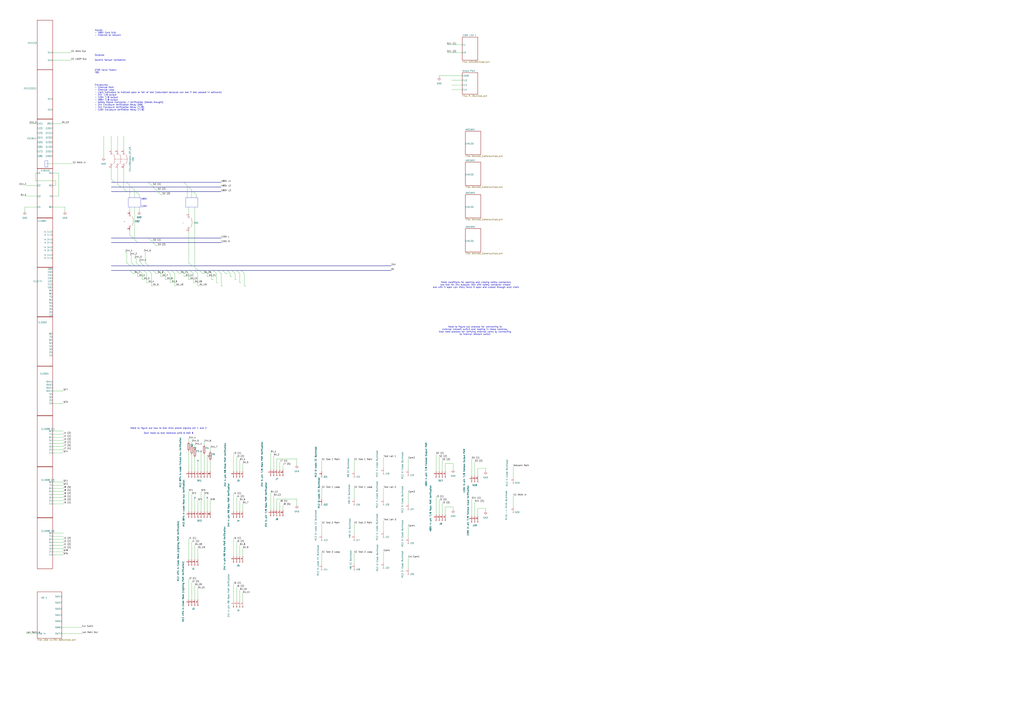
<source format=kicad_sch>
(kicad_sch (version 20250114) (generator "eeschema") (generator_version "9.0")
  (paper "A1")
  (lib_symbols
    (symbol "Connector:Conn_01x01_Socket" (pin_names (offset 1.016) (hide yes))
      (property "Reference" "J" (at 0 2.54 0))
      (property "Value" "Conn_01x01_Socket" (at 0 -2.54 0))
      (symbol "Conn_01x01_Socket_1_1"
        (pin passive line (at -5.08 0 0) (length 3.81) (name "Pin_1") (number "1"))
      )
    )
    (symbol "Connector:Conn_01x03_Pin" (pin_names (offset 1.016) (hide yes))
      (property "Reference" "J" (at 0 5.08 0))
      (property "Value" "Conn_01x03_Pin" (at 0 -5.08 0))
      (symbol "Conn_01x03_Pin_1_1"
        (pin passive line (at 5.08 2.54 180) (length 3.81) (name "Pin_1") (number "1"))
        (pin passive line (at 5.08 0 180) (length 3.81) (name "Pin_2") (number "2"))
        (pin passive line (at 5.08 -2.54 180) (length 3.81) (name "Pin_3") (number "3"))
      )
    )
    (symbol "Connector:Conn_01x04_Pin" (pin_names (offset 1.016) (hide yes))
      (property "Reference" "J" (at 0 5.08 0))
      (property "Value" "Conn_01x04_Pin" (at 0 -7.62 0))
      (symbol "Conn_01x04_Pin_1_1"
        (pin passive line (at 5.08 2.54 180) (length 3.81) (name "Pin_1") (number "1"))
        (pin passive line (at 5.08 0 180) (length 3.81) (name "Pin_2") (number "2"))
        (pin passive line (at 5.08 -2.54 180) (length 3.81) (name "Pin_3") (number "3"))
        (pin passive line (at 5.08 -5.08 180) (length 3.81) (name "Pin_4") (number "4"))
      )
    )
    (symbol "Connector:Conn_01x05_Pin" (pin_names (offset 1.016) (hide yes))
      (property "Reference" "J" (at 0 7.62 0))
      (property "Value" "Conn_01x05_Pin" (at 0 -7.62 0))
      (symbol "Conn_01x05_Pin_1_1"
        (pin passive line (at 5.08 5.08 180) (length 3.81) (name "Pin_1") (number "1"))
        (pin passive line (at 5.08 2.54 180) (length 3.81) (name "Pin_2") (number "2"))
        (pin passive line (at 5.08 0 180) (length 3.81) (name "Pin_3") (number "3"))
        (pin passive line (at 5.08 -2.54 180) (length 3.81) (name "Pin_4") (number "4"))
        (pin passive line (at 5.08 -5.08 180) (length 3.81) (name "Pin_5") (number "5"))
      )
    )
    (symbol "Connector:Conn_01x08_Pin" (pin_names (offset 1.016) (hide yes))
      (property "Reference" "J" (at 0 10.16 0))
      (property "Value" "Conn_01x08_Pin" (at 0 -12.7 0))
      (symbol "Conn_01x08_Pin_1_1"
        (pin passive line (at 5.08 7.62 180) (length 3.81) (name "Pin_1") (number "1"))
        (pin passive line (at 5.08 5.08 180) (length 3.81) (name "Pin_2") (number "2"))
        (pin passive line (at 5.08 2.54 180) (length 3.81) (name "Pin_3") (number "3"))
        (pin passive line (at 5.08 0 180) (length 3.81) (name "Pin_4") (number "4"))
        (pin passive line (at 5.08 -2.54 180) (length 3.81) (name "Pin_5") (number "5"))
        (pin passive line (at 5.08 -5.08 180) (length 3.81) (name "Pin_6") (number "6"))
        (pin passive line (at 5.08 -7.62 180) (length 3.81) (name "Pin_7") (number "7"))
        (pin passive line (at 5.08 -10.16 180) (length 3.81) (name "Pin_8") (number "8"))
      )
    )
    (symbol "Device:CircuitBreaker_1P_US"
      (property "Reference" "CB" (at 3.175 -1.27 0))
      (property "Value" "CircuitBreaker_1P_US" (at 3.175 0.635 0))
      (symbol "CircuitBreaker_1P_US_1_1"
        (pin passive line (at 0 7.62 270) (length 2.54) (name "~") (number "1"))
        (pin passive line (at 0 -7.62 90) (length 2.54) (name "~") (number "2"))
      )
    )
    (symbol "Device:CircuitBreaker_3P_US"
      (property "Reference" "CB" (at 10.16 0 0))
      (property "Value" "CircuitBreaker_3P_US" (at 10.16 2.54 0))
      (symbol "CircuitBreaker_3P_US_1_1"
        (pin passive line (at -5.08 7.62 270) (length 2.54) (name "~") (number "1"))
        (pin passive line (at -5.08 -7.62 90) (length 2.54) (name "~") (number "2"))
        (pin passive line (at 0 7.62 270) (length 2.54) (name "~") (number "3"))
        (pin passive line (at 0 -7.62 90) (length 2.54) (name "~") (number "4"))
        (pin passive line (at 5.08 7.62 270) (length 2.54) (name "~") (number "5"))
        (pin passive line (at 5.08 -7.62 90) (length 2.54) (name "~") (number "6"))
      )
    )
    (symbol "Device:Fuse" (pin_numbers (hide yes)) (pin_names (offset 0))
      (property "Reference" "F" (at 2.032 0 90))
      (property "Value" "Fuse" (at -1.905 0 90))
      (symbol "Fuse_1_1"
        (pin passive line (at 0 3.81 270) (length 1.27) (name "~") (number "1"))
        (pin passive line (at 0 -3.81 90) (length 1.27) (name "~") (number "2"))
      )
    )
    (symbol "power:GND" (power) (pin_numbers (hide yes)) (pin_names (offset 0) (hide yes))
      (property "Value" "GND" (at 0 -3.81 0))
      (symbol "GND_1_1"
        (pin power_in line (at 0 0 270) (length 0) (name "~") (number "1"))
      )
    )
  )
  (rectangle (start 36.83 132.08) (end 39.37 137.16))
  (rectangle (start 114.3 162.56) (end 114.3 162.56))
  (rectangle (start 111.76 166.37) (end 111.76 166.37))
  (rectangle (start 105.41 162.56) (end 115.57 170.18))
  (rectangle (start 152.4 162.56) (end 162.56 170.18))
  (text "120V\n" (at 118.364 169.672 0) (effects (font (size 1.27 1.27))))
  (text "Inputs: \n- 480V Cord Grip\n- Ethernet to network\n\n\n\n\n\n\n\nOutputs:\n\nGeneric Sensor Validation:\n\n\n\nATOS Valve Tester:\nTBD\n\n\n\n\nEnclosures:\n- Ethercat Main\n- Ethercat Loop\n- Light indicators to indicate pass or fail of test (redundant because can see if test passed in software)\n- 24V 7/8 output\n- 120V 7/8 output\n- 480V 7/8 output\n- Safety Signal Connector / Verification (Needs thought)\n- 24V Enclosure Verification Relay (M8)\n- 24V Enclosure Verification Relay (7/8)\n- 120V Enclosure Verifiation Relay (7/8)\n" (at 77.724 57.658 0) (effects (font (size 1.27 1.27)) (justify left)))
  (text "Need conditions for opening and closing safety contactors\ntwo test for 24v outputs. One with safety contactor closed \none with it open can likely force it open and closed through ecat chain\n\n" (at 390.906 235.204 0) (effects (font (size 1.27 1.27))))
  (text "480V" (at 118.364 163.576 0) (effects (font (size 1.27 1.27))))
  (text "Need to figure out process for connecting to\nexternal network switch and reading in those cameras,\nAlso need process for verifying external cams by connecting\nto internal network switch\n" (at 390.144 271.78 0) (effects (font (size 1.27 1.27))))
  (text "Need to figure out how to test mine phone signals pin 1 and 2\n\nDont Need to test methane pINS 6 AND 8\n\n\n" (at 138.43 356.108 0) (effects (font (size 1.27 1.27))))
  (no_connect (at 165.1 370.84))
  (no_connect (at 162.56 378.46))
  (no_connect (at 160.02 408.94))
  (no_connect (at 170.18 408.94))
  (bus_entry (at 129.54 157.48) (size 2.54 2.54))
  (bus_entry (at 125.73 153.67) (size 2.54 2.54))
  (bus_entry (at 190.5 222.25) (size 2.54 2.54))
  (bus_entry (at 175.26 222.25) (size 2.54 2.54))
  (bus_entry (at 104.14 149.86) (size 2.54 2.54))
  (bus_entry (at 111.76 157.48) (size 2.54 2.54))
  (bus_entry (at 107.95 215.9) (size 2.54 2.54))
  (bus_entry (at 144.78 222.25) (size 2.54 2.54))
  (bus_entry (at 163.83 222.25) (size 2.54 2.54))
  (bus_entry (at 160.02 222.25) (size 2.54 2.54))
  (bus_entry (at 137.16 222.25) (size 2.54 2.54))
  (bus_entry (at 179.07 222.25) (size 2.54 2.54))
  (bus_entry (at 125.73 199.39) (size 2.54 2.54))
  (bus_entry (at 106.68 222.25) (size 2.54 2.54))
  (bus_entry (at 152.4 222.25) (size 2.54 2.54))
  (bus_entry (at 125.73 222.25) (size 2.54 2.54))
  (bus_entry (at 119.38 215.9) (size 2.54 2.54))
  (bus_entry (at 167.64 222.25) (size 2.54 2.54))
  (bus_entry (at 121.92 222.25) (size 2.54 2.54))
  (bus_entry (at 194.31 222.25) (size 2.54 2.54))
  (bus_entry (at 148.59 222.25) (size 2.54 2.54))
  (bus_entry (at 107.95 153.67) (size 2.54 2.54))
  (bus_entry (at 110.49 222.25) (size 2.54 2.54))
  (bus_entry (at 133.35 222.25) (size 2.54 2.54))
  (bus_entry (at 111.76 215.9) (size 2.54 2.54))
  (bus_entry (at 129.54 222.25) (size 2.54 2.54))
  (bus_entry (at 106.68 193.04) (size 2.54 2.54))
  (bus_entry (at 115.57 215.9) (size 2.54 2.54))
  (bus_entry (at 118.11 222.25) (size 2.54 2.54))
  (bus_entry (at 154.94 153.67) (size 2.54 2.54))
  (bus_entry (at 101.6 154.94) (size 2.54 2.54))
  (bus_entry (at 154.94 215.9) (size 2.54 2.54))
  (bus_entry (at 104.14 215.9) (size 2.54 2.54))
  (bus_entry (at 186.69 222.25) (size 2.54 2.54))
  (bus_entry (at 114.3 222.25) (size 2.54 2.54))
  (bus_entry (at 160.02 219.71) (size 2.54 2.54))
  (bus_entry (at 121.92 195.58) (size 2.54 2.54))
  (bus_entry (at 140.97 222.25) (size 2.54 2.54))
  (bus_entry (at 171.45 222.25) (size 2.54 2.54))
  (bus_entry (at 156.21 222.25) (size 2.54 2.54))
  (bus_entry (at 158.75 157.48) (size 2.54 2.54))
  (bus_entry (at 182.88 222.25) (size 2.54 2.54))
  (bus_entry (at 96.52 151.13) (size 2.54 2.54))
  (bus_entry (at 121.92 149.86) (size 2.54 2.54))
  (bus_entry (at 91.44 147.32) (size 2.54 2.54))
  (bus_entry (at 110.49 196.85) (size 2.54 2.54))
  (bus_entry (at 151.13 149.86) (size 2.54 2.54))
  (bus_entry (at 198.12 222.25) (size 2.54 2.54))
  (wire (pts (xy 128.27 224.79) (xy 129.54 224.79)))
  (wire (pts (xy 365.76 381) (xy 365.76 387.35)))
  (wire (pts (xy 43.18 49.53) (xy 58.42 49.53)))
  (wire (pts (xy 24.13 101.6) (xy 30.48 101.6)))
  (wire (pts (xy 154.94 476.25) (xy 154.94 492.76)))
  (wire (pts (xy 43.18 152.4) (xy 45.72 152.4)))
  (wire (pts (xy 162.56 224.79) (xy 162.56 234.95)))
  (bus (pts (xy 104.14 149.86) (xy 121.92 149.86)))
  (wire (pts (xy 199.39 487.68) (xy 199.39 494.03)))
  (wire (pts (xy 119.38 215.9) (xy 119.38 207.01)))
  (bus (pts (xy 163.83 222.25) (xy 167.64 222.25)))
  (wire (pts (xy 170.18 227.33) (xy 171.45 227.33)))
  (wire (pts (xy 172.72 411.48) (xy 172.72 420.37)))
  (wire (pts (xy 191.77 406.4) (xy 191.77 420.37)))
  (wire (pts (xy 335.28 405.13) (xy 335.28 414.02)))
  (wire (pts (xy 191.77 443.23) (xy 191.77 457.2)))
  (wire (pts (xy 43.18 170.18) (xy 53.34 170.18)))
  (wire (pts (xy 360.68 411.48) (xy 360.68 422.91)))
  (wire (pts (xy 43.18 354.33) (xy 52.07 354.33)))
  (wire (pts (xy 135.89 229.87) (xy 137.16 229.87)))
  (wire (pts (xy 227.33 377.19) (xy 243.84 377.19)))
  (wire (pts (xy 116.84 229.87) (xy 118.11 229.87)))
  (wire (pts (xy 264.16 430.53) (xy 264.16 439.42)))
  (wire (pts (xy 162.56 378.46) (xy 162.56 387.35)))
  (wire (pts (xy 43.18 453.39) (xy 52.07 453.39)))
  (wire (pts (xy 167.64 363.22) (xy 167.64 365.76)))
  (wire (pts (xy 227.33 377.19) (xy 227.33 386.08)))
  (wire (pts (xy 194.31 482.6) (xy 194.31 494.03)))
  (wire (pts (xy 193.04 229.87) (xy 194.31 229.87)))
  (bus (pts (xy 109.22 195.58) (xy 121.92 195.58)))
  (bus (pts (xy 93.98 149.86) (xy 104.14 149.86)))
  (wire (pts (xy 360.68 375.92) (xy 360.68 387.35)))
  (wire (pts (xy 154.94 229.87) (xy 156.21 229.87)))
  (wire (pts (xy 290.83 430.53) (xy 290.83 439.42)))
  (wire (pts (xy 193.04 224.79) (xy 193.04 229.87)))
  (wire (pts (xy 421.64 383.54) (xy 421.64 392.43)))
  (wire (pts (xy 43.18 367.03) (xy 52.07 367.03)))
  (wire (pts (xy 243.84 410.21) (xy 243.84 415.29)))
  (bus (pts (xy 140.97 222.25) (xy 144.78 222.25)))
  (wire (pts (xy 264.16 401.32) (xy 264.16 410.21)))
  (bus (pts (xy 125.73 199.39) (xy 181.61 199.39)))
  (wire (pts (xy 264.16 378.46) (xy 264.16 387.35)))
  (wire (pts (xy 50.8 520.7) (xy 67.31 520.7)))
  (wire (pts (xy 43.18 455.93) (xy 52.07 455.93)))
  (bus (pts (xy 91.44 222.25) (xy 106.68 222.25)))
  (wire (pts (xy 154.94 403.86) (xy 154.94 420.37)))
  (wire (pts (xy 128.27 156.21) (xy 129.54 156.21)))
  (wire (pts (xy 153.67 152.4) (xy 153.67 162.56)))
  (wire (pts (xy 147.32 224.79) (xy 148.59 224.79)))
  (wire (pts (xy 162.56 234.95) (xy 163.83 234.95)))
  (bus (pts (xy 104.14 157.48) (xy 111.76 157.48)))
  (wire (pts (xy 185.42 224.79) (xy 186.69 224.79)))
  (bus (pts (xy 198.12 222.25) (xy 321.31 222.25)))
  (bus (pts (xy 133.35 222.25) (xy 137.16 222.25)))
  (bus (pts (xy 137.16 222.25) (xy 140.97 222.25)))
  (bus (pts (xy 113.03 199.39) (xy 125.73 199.39)))
  (wire (pts (xy 154.94 170.18) (xy 154.94 175.26)))
  (bus (pts (xy 160.02 222.25) (xy 162.56 222.25)))
  (wire (pts (xy 191.77 480.06) (xy 191.77 494.03)))
  (wire (pts (xy 43.18 359.41) (xy 52.07 359.41)))
  (wire (pts (xy 158.75 224.79) (xy 158.75 232.41)))
  (wire (pts (xy 106.68 152.4) (xy 106.68 162.56)))
  (wire (pts (xy 191.77 373.38) (xy 191.77 387.35)))
  (wire (pts (xy 166.37 224.79) (xy 167.64 224.79)))
  (wire (pts (xy 43.18 445.77) (xy 52.07 445.77)))
  (wire (pts (xy 43.18 408.94) (xy 52.07 408.94)))
  (bus (pts (xy 91.44 157.48) (xy 104.14 157.48)))
  (wire (pts (xy 200.66 224.79) (xy 200.66 234.95)))
  (wire (pts (xy 370.84 73.66) (xy 379.73 73.66)))
  (bus (pts (xy 121.92 222.25) (xy 125.73 222.25)))
  (wire (pts (xy 398.78 417.83) (xy 398.78 420.37)))
  (wire (pts (xy 170.18 408.94) (xy 170.18 420.37)))
  (wire (pts (xy 370.84 66.04) (xy 379.73 66.04)))
  (wire (pts (xy 363.22 414.02) (xy 363.22 422.91)))
  (bus (pts (xy 158.75 157.48) (xy 181.61 157.48)))
  (bus (pts (xy 129.54 222.25) (xy 133.35 222.25)))
  (wire (pts (xy 229.87 379.73) (xy 229.87 386.08)))
  (bus (pts (xy 190.5 222.25) (xy 194.31 222.25)))
  (wire (pts (xy 43.18 411.48) (xy 52.07 411.48)))
  (wire (pts (xy 128.27 201.93) (xy 129.54 201.93)))
  (wire (pts (xy 314.96 401.32) (xy 314.96 410.21)))
  (wire (pts (xy 365.76 416.56) (xy 365.76 422.91)))
  (wire (pts (xy 370.84 69.85) (xy 379.73 69.85)))
  (wire (pts (xy 114.3 170.18) (xy 114.3 173.99)))
  (bus (pts (xy 111.76 157.48) (xy 129.54 157.48)))
  (bus (pts (xy 91.44 218.44) (xy 106.68 218.44)))
  (wire (pts (xy 43.18 101.6) (xy 50.8 101.6)))
  (wire (pts (xy 365.76 416.56) (xy 372.11 416.56)))
  (wire (pts (xy 389.89 379.73) (xy 389.89 391.16)))
  (wire (pts (xy 43.18 406.4) (xy 52.07 406.4)))
  (bus (pts (xy 106.68 222.25) (xy 110.49 222.25)))
  (wire (pts (xy 43.18 321.31) (xy 52.07 321.31)))
  (wire (pts (xy 387.35 410.21) (xy 387.35 424.18)))
  (wire (pts (xy 232.41 382.27) (xy 232.41 386.08)))
  (wire (pts (xy 358.14 373.38) (xy 358.14 387.35)))
  (bus (pts (xy 125.73 153.67) (xy 154.94 153.67)))
  (wire (pts (xy 199.39 414.02) (xy 199.39 420.37)))
  (wire (pts (xy 43.18 450.85) (xy 52.07 450.85)))
  (wire (pts (xy 189.23 227.33) (xy 190.5 227.33)))
  (wire (pts (xy 53.34 170.18) (xy 53.34 173.99)))
  (wire (pts (xy 264.16 454.66) (xy 264.16 463.55)))
  (bus (pts (xy 186.69 222.25) (xy 190.5 222.25)))
  (wire (pts (xy 120.65 232.41) (xy 121.92 232.41)))
  (wire (pts (xy 367.03 43.18) (xy 379.73 43.18)))
  (wire (pts (xy 43.18 369.57) (xy 52.07 369.57)))
  (wire (pts (xy 194.31 445.77) (xy 194.31 457.2)))
  (wire (pts (xy 196.85 411.48) (xy 196.85 420.37)))
  (wire (pts (xy 167.64 373.38) (xy 167.64 387.35)))
  (wire (pts (xy 139.7 224.79) (xy 139.7 232.41)))
  (wire (pts (xy 30.48 152.4) (xy 21.59 152.4)))
  (wire (pts (xy 222.25 405.13) (xy 222.25 419.1)))
  (wire (pts (xy 314.96 453.39) (xy 314.96 462.28)))
  (wire (pts (xy 392.43 417.83) (xy 398.78 417.83)))
  (bus (pts (xy 167.64 222.25) (xy 171.45 222.25)))
  (wire (pts (xy 107.95 209.55) (xy 107.95 215.9)))
  (wire (pts (xy 229.87 412.75) (xy 229.87 419.1)))
  (bus (pts (xy 144.78 222.25) (xy 148.59 222.25)))
  (wire (pts (xy 29.21 142.24) (xy 30.48 142.24)))
  (wire (pts (xy 154.94 224.79) (xy 154.94 229.87)))
  (wire (pts (xy 398.78 384.81) (xy 398.78 387.35)))
  (wire (pts (xy 43.18 43.18) (xy 58.42 43.18)))
  (wire (pts (xy 96.52 138.43) (xy 96.52 151.13)))
  (wire (pts (xy 104.14 215.9) (xy 104.14 207.01)))
  (wire (pts (xy 116.84 224.79) (xy 116.84 229.87)))
  (wire (pts (xy 30.48 170.18) (xy 20.32 170.18)))
  (wire (pts (xy 114.3 160.02) (xy 114.3 162.56)))
  (wire (pts (xy 290.83 378.46) (xy 290.83 387.35)))
  (wire (pts (xy 110.49 170.18) (xy 110.49 196.85)))
  (wire (pts (xy 200.66 234.95) (xy 201.93 234.95)))
  (wire (pts (xy 96.52 111.76) (xy 96.52 123.19)))
  (wire (pts (xy 43.18 361.95) (xy 52.07 361.95)))
  (wire (pts (xy 360.68 62.23) (xy 379.73 62.23)))
  (wire (pts (xy 114.3 214.63) (xy 115.57 214.63)))
  (wire (pts (xy 314.96 375.92) (xy 314.96 384.81)))
  (bus (pts (xy 171.45 222.25) (xy 175.26 222.25)))
  (wire (pts (xy 222.25 372.11) (xy 222.25 386.08)))
  (wire (pts (xy 38.1 134.62) (xy 59.69 134.62)))
  (wire (pts (xy 177.8 224.79) (xy 177.8 232.41)))
  (wire (pts (xy 45.72 152.4) (xy 45.72 148.59)))
  (wire (pts (xy 232.41 415.29) (xy 232.41 419.1)))
  (bus (pts (xy 118.11 222.25) (xy 121.92 222.25)))
  (wire (pts (xy 160.02 170.18) (xy 160.02 219.71)))
  (wire (pts (xy 160.02 375.92) (xy 160.02 387.35)))
  (wire (pts (xy 43.18 401.32) (xy 52.07 401.32)))
  (wire (pts (xy 29.21 148.59) (xy 29.21 142.24)))
  (wire (pts (xy 106.68 170.18) (xy 106.68 173.99)))
  (wire (pts (xy 157.48 445.77) (xy 157.48 459.74)))
  (wire (pts (xy 196.85 378.46) (xy 196.85 387.35)))
  (bus (pts (xy 156.21 222.25) (xy 160.02 222.25)))
  (wire (pts (xy 194.31 408.94) (xy 194.31 420.37)))
  (wire (pts (xy 392.43 391.16) (xy 392.43 384.81)))
  (wire (pts (xy 135.89 224.79) (xy 135.89 229.87)))
  (wire (pts (xy 143.51 224.79) (xy 143.51 234.95)))
  (wire (pts (xy 43.18 161.29) (xy 48.26 161.29)))
  (wire (pts (xy 132.08 224.79) (xy 132.08 227.33)))
  (wire (pts (xy 113.03 227.33) (xy 114.3 227.33)))
  (wire (pts (xy 335.28 433.07) (xy 335.28 441.96)))
  (wire (pts (xy 106.68 209.55) (xy 107.95 209.55)))
  (wire (pts (xy 170.18 224.79) (xy 170.18 227.33)))
  (wire (pts (xy 372.11 381) (xy 372.11 386.08)))
  (wire (pts (xy 160.02 365.76) (xy 160.02 368.3)))
  (bus (pts (xy 125.73 222.25) (xy 129.54 222.25)))
  (wire (pts (xy 173.99 224.79) (xy 173.99 229.87)))
  (wire (pts (xy 110.49 212.09) (xy 111.76 212.09)))
  (bus (pts (xy 175.26 222.25) (xy 179.07 222.25)))
  (bus (pts (xy 121.92 195.58) (xy 181.61 195.58)))
  (wire (pts (xy 189.23 224.79) (xy 189.23 227.33)))
  (wire (pts (xy 143.51 234.95) (xy 144.78 234.95)))
  (wire (pts (xy 160.02 408.94) (xy 160.02 420.37)))
  (bus (pts (xy 121.92 149.86) (xy 151.13 149.86)))
  (wire (pts (xy 421.64 407.67) (xy 421.64 416.56)))
  (wire (pts (xy 154.94 190.5) (xy 154.94 215.9)))
  (wire (pts (xy 132.08 227.33) (xy 133.35 227.33)))
  (bus (pts (xy 114.3 218.44) (xy 118.11 218.44)))
  (wire (pts (xy 48.26 161.29) (xy 48.26 142.24)))
  (bus (pts (xy 99.06 153.67) (xy 107.95 153.67)))
  (bus (pts (xy 118.11 218.44) (xy 121.92 218.44)))
  (wire (pts (xy 372.11 416.56) (xy 372.11 419.1)))
  (bus (pts (xy 91.44 149.86) (xy 93.98 149.86)))
  (wire (pts (xy 110.49 156.21) (xy 110.49 162.56)))
  (wire (pts (xy 43.18 414.02) (xy 52.07 414.02)))
  (wire (pts (xy 389.89 412.75) (xy 389.89 424.18)))
  (bus (pts (xy 106.68 218.44) (xy 110.49 218.44)))
  (wire (pts (xy 154.94 443.23) (xy 154.94 459.74)))
  (bus (pts (xy 152.4 222.25) (xy 156.21 222.25)))
  (wire (pts (xy 43.18 440.69) (xy 52.07 440.69)))
  (bus (pts (xy 107.95 153.67) (xy 125.73 153.67)))
  (wire (pts (xy 139.7 232.41) (xy 140.97 232.41)))
  (bus (pts (xy 182.88 222.25) (xy 186.69 222.25)))
  (wire (pts (xy 151.13 227.33) (xy 152.4 227.33)))
  (wire (pts (xy 43.18 331.47) (xy 52.07 331.47)))
  (wire (pts (xy 365.76 381) (xy 372.11 381)))
  (wire (pts (xy 196.85 232.41) (xy 198.12 232.41)))
  (wire (pts (xy 101.6 138.43) (xy 101.6 154.94)))
  (wire (pts (xy 158.75 232.41) (xy 160.02 232.41)))
  (wire (pts (xy 43.18 398.78) (xy 52.07 398.78)))
  (bus (pts (xy 121.92 218.44) (xy 157.48 218.44)))
  (wire (pts (xy 45.72 148.59) (xy 29.21 148.59)))
  (wire (pts (xy 196.85 485.14) (xy 196.85 494.03)))
  (wire (pts (xy 43.18 403.86) (xy 52.07 403.86)))
  (wire (pts (xy 335.28 458.47) (xy 335.28 467.36)))
  (wire (pts (xy 199.39 381) (xy 199.39 387.35)))
  (wire (pts (xy 101.6 111.76) (xy 101.6 123.19)))
  (wire (pts (xy 111.76 212.09) (xy 111.76 215.9)))
  (wire (pts (xy 177.8 232.41) (xy 179.07 232.41)))
  (wire (pts (xy 172.72 368.3) (xy 172.72 370.84)))
  (wire (pts (xy 360.68 62.23) (xy 360.68 63.5)))
  (wire (pts (xy 224.79 407.67) (xy 224.79 419.1)))
  (wire (pts (xy 160.02 448.31) (xy 160.02 459.74)))
  (wire (pts (xy 43.18 396.24) (xy 52.07 396.24)))
  (wire (pts (xy 30.48 161.29) (xy 21.59 161.29)))
  (bus (pts (xy 129.54 157.48) (xy 158.75 157.48)))
  (bus (pts (xy 91.44 153.67) (xy 99.06 153.67)))
  (wire (pts (xy 392.43 424.18) (xy 392.43 417.83)))
  (bus (pts (xy 162.56 222.25) (xy 163.83 222.25)))
  (bus (pts (xy 91.44 199.39) (xy 113.03 199.39)))
  (bus (pts (xy 157.48 218.44) (xy 321.31 218.44)))
  (wire (pts (xy 115.57 215.9) (xy 115.57 214.63)))
  (wire (pts (xy 157.48 156.21) (xy 157.48 162.56)))
  (wire (pts (xy 104.14 207.01) (xy 102.87 207.01)))
  (wire (pts (xy 196.85 224.79) (xy 196.85 232.41)))
  (wire (pts (xy 132.08 160.02) (xy 133.35 160.02)))
  (wire (pts (xy 224.79 374.65) (xy 224.79 386.08)))
  (wire (pts (xy 165.1 370.84) (xy 165.1 387.35)))
  (wire (pts (xy 106.68 189.23) (xy 106.68 193.04)))
  (wire (pts (xy 91.44 138.43) (xy 91.44 147.32)))
  (wire (pts (xy 173.99 229.87) (xy 175.26 229.87)))
  (wire (pts (xy 43.18 443.23) (xy 52.07 443.23)))
  (bus (pts (xy 179.07 222.25) (xy 182.88 222.25)))
  (wire (pts (xy 154.94 360.68) (xy 154.94 363.22)))
  (wire (pts (xy 367.03 36.83) (xy 379.73 36.83)))
  (wire (pts (xy 124.46 224.79) (xy 124.46 234.95)))
  (wire (pts (xy 85.09 111.76) (xy 85.09 129.54)))
  (wire (pts (xy 243.84 377.19) (xy 243.84 382.27)))
  (wire (pts (xy 43.18 372.11) (xy 52.07 372.11)))
  (wire (pts (xy 43.18 438.15) (xy 52.07 438.15)))
  (wire (pts (xy 162.56 450.85) (xy 162.56 459.74)))
  (wire (pts (xy 170.18 375.92) (xy 170.18 387.35)))
  (bus (pts (xy 110.49 222.25) (xy 114.3 222.25)))
  (wire (pts (xy 160.02 481.33) (xy 160.02 492.76)))
  (bus (pts (xy 148.59 222.25) (xy 152.4 222.25)))
  (wire (pts (xy 167.64 406.4) (xy 167.64 420.37)))
  (bus (pts (xy 110.49 218.44) (xy 114.3 218.44)))
  (wire (pts (xy 162.56 483.87) (xy 162.56 492.76)))
  (wire (pts (xy 124.46 234.95) (xy 125.73 234.95)))
  (wire (pts (xy 194.31 375.92) (xy 194.31 387.35)))
  (wire (pts (xy 109.22 224.79) (xy 110.49 224.79)))
  (wire (pts (xy 43.18 356.87) (xy 52.07 356.87)))
  (wire (pts (xy 157.48 478.79) (xy 157.48 492.76)))
  (wire (pts (xy 124.46 198.12) (xy 125.73 198.12)))
  (wire (pts (xy 20.32 170.18) (xy 20.32 173.99)))
  (wire (pts (xy 181.61 234.95) (xy 182.88 234.95)))
  (wire (pts (xy 151.13 224.79) (xy 151.13 227.33)))
  (wire (pts (xy 43.18 448.31) (xy 52.07 448.31)))
  (wire (pts (xy 314.96 427.99) (xy 314.96 436.88)))
  (bus (pts (xy 194.31 222.25) (xy 198.12 222.25)))
  (wire (pts (xy 335.28 377.19) (xy 335.28 386.08)))
  (wire (pts (xy 199.39 450.85) (xy 199.39 457.2)))
  (wire (pts (xy 21.59 520.7) (xy 30.48 520.7)))
  (wire (pts (xy 363.22 378.46) (xy 363.22 387.35)))
  (wire (pts (xy 161.29 160.02) (xy 161.29 162.56)))
  (wire (pts (xy 124.46 152.4) (xy 125.73 152.4)))
  (wire (pts (xy 91.44 111.76) (xy 91.44 123.19)))
  (wire (pts (xy 181.61 224.79) (xy 181.61 234.95)))
  (wire (pts (xy 43.18 364.49) (xy 52.07 364.49)))
  (wire (pts (xy 48.26 142.24) (xy 43.18 142.24)))
  (wire (pts (xy 290.83 454.66) (xy 290.83 463.55)))
  (wire (pts (xy 120.65 224.79) (xy 120.65 232.41)))
  (wire (pts (xy 227.33 410.21) (xy 227.33 419.1)))
  (bus (pts (xy 151.13 149.86) (xy 181.61 149.86)))
  (bus (pts (xy 114.3 222.25) (xy 118.11 222.25)))
  (wire (pts (xy 392.43 384.81) (xy 398.78 384.81)))
  (wire (pts (xy 290.83 401.32) (xy 290.83 410.21)))
  (wire (pts (xy 358.14 408.94) (xy 358.14 422.91)))
  (wire (pts (xy 196.85 448.31) (xy 196.85 457.2)))
  (wire (pts (xy 165.1 403.86) (xy 165.1 420.37)))
  (wire (pts (xy 157.48 406.4) (xy 157.48 420.37)))
  (wire (pts (xy 157.48 373.38) (xy 157.48 387.35)))
  (wire (pts (xy 50.8 515.62) (xy 67.31 515.62)))
  (wire (pts (xy 113.03 224.79) (xy 113.03 227.33)))
  (bus (pts (xy 91.44 195.58) (xy 109.22 195.58)))
  (wire (pts (xy 387.35 377.19) (xy 387.35 391.16)))
  (wire (pts (xy 154.94 370.84) (xy 154.94 387.35)))
  (wire (pts (xy 227.33 410.21) (xy 243.84 410.21)))
  (wire (pts (xy 172.72 378.46) (xy 172.72 387.35)))
  (wire (pts (xy 157.48 363.22) (xy 157.48 365.76)))
  (wire (pts (xy 162.56 411.48) (xy 162.56 420.37)))
  (bus (pts (xy 154.94 153.67) (xy 181.61 153.67)))
  (label "SF7" (at 170.18 375.92 0))
  (label "J8 (4)" (at 229.87 412.75 0))
  (label "J3 (1)" (at 358.14 408.94 0))
  (label "S3 (1)" (at 125.73 198.12 0))
  (label "J2 (2)" (at 52.07 443.23 0))
  (label "0V_11" (at 148.59 224.79 0))
  (label "Cam3" (at 335.28 405.13 0))
  (label "0V_21" (at 162.56 483.87 0))
  (label "120V L" (at 181.61 195.58 0))
  (label "J3 (1)" (at 191.77 373.38 0))
  (label "SF7" (at 52.07 321.31 0))
  (label "EC MAIN In" (at 421.64 407.67 0))
  (label "EC MAIN Out" (at 58.42 43.18 0))
  (label "Test Lan 2" (at 314.96 401.32 0))
  (label "EC Test 2 Main" (at 290.83 430.53 0))
  (label "0V_19" (at 162.56 450.85 0))
  (label "0V_11" (at 199.39 487.68 0))
  (label "0V_2" (at 224.79 374.65 0))
  (label "SF2" (at 157.48 406.4 0))
  (label "EC MAIN In" (at 59.69 134.62 0))
  (label "S3 (2)" (at 129.54 201.93 0))
  (label "J5 (1)" (at 52.07 414.02 0))
  (label "J3 (2)" (at 194.31 375.92 0))
  (label "J3 (2)" (at 360.68 411.48 0))
  (label "0V_18" (at 160.02 232.41 0))
  (label "0V_7" (at 133.35 227.33 0))
  (label "0V_6" (at 196.85 411.48 0))
  (label "S11 (2)" (at 389.89 412.75 0))
  (label "EC Test 2 Main" (at 264.16 430.53 0))
  (label "EC Test 1 Main" (at 264.16 378.46 0))
  (label "480V L1" (at 181.61 149.86 0))
  (label "24V_7" (at 172.72 368.3 0))
  (label "24V" (at 321.31 218.44 0))
  (label "0V_12" (at 222.25 405.13 0))
  (label "24V_3" (at 110.49 212.09 0))
  (label "EC Test 2 Loop" (at 290.83 454.66 0))
  (label "J7 (4)" (at 52.07 369.57 0))
  (label "J7 (4)" (at 229.87 379.73 0))
  (label "0V_12" (at 152.4 227.33 0))
  (label "0V_7" (at 199.39 414.02 0))
  (label "J8 (5)" (at 232.41 415.29 0))
  (label "S2 (2)" (at 129.54 156.21 0))
  (label "0V_22" (at 50.8 101.6 0))
  (label "24V_5" (at 157.48 363.22 0))
  (label "Ext Cam1" (at 67.31 515.62 0))
  (label "EC Test 2 Loop" (at 264.16 454.66 0))
  (label "J5 (2)" (at 52.07 411.48 0))
  (label "0V_6" (at 129.54 224.79 0))
  (label "24V_6" (at 167.64 363.22 0))
  (label "J8 (5)" (at 52.07 401.32 0))
  (label "S3 (1)" (at 387.35 377.19 0))
  (label "0V_3" (at 118.11 229.87 0))
  (label "J8 (4)" (at 52.07 403.86 0))
  (label "J4 (2)" (at 194.31 408.94 0))
  (label "480V L2" (at 181.61 153.67 0))
  (label "J6 (1)" (at 52.07 408.94 0))
  (label "J1 (2)" (at 157.48 445.77 0))
  (label "SF4" (at 162.56 411.48 0))
  (label "Lan Main Out" (at 67.31 520.7 0))
  (label "SF5" (at 52.07 331.47 0))
  (label "SF8" (at 172.72 411.48 0))
  (label "S2 (1)" (at 358.14 373.38 0))
  (label "J6 (2)" (at 52.07 406.4 0))
  (label "24V_1" (at 160.02 365.76 0))
  (label "J1 (2)" (at 52.07 448.31 0))
  (label "EC Test 1 Main" (at 290.83 378.46 0))
  (label "Cam2" (at 335.28 377.19 0))
  (label "0V_4" (at 121.92 232.41 0))
  (label "480V L3" (at 181.61 157.48 0))
  (label "SF1" (at 52.07 396.24 0))
  (label "J4 (1)" (at 191.77 406.4 0))
  (label "0V_10" (at 144.78 234.95 0))
  (label "J2 (1)" (at 52.07 445.77 0))
  (label "S2 (3)" (at 133.35 160.02 0))
  (label "24V_5" (at 118.11 207.01 0))
  (label "0V_5" (at 199.39 381 0))
  (label "24V_3" (at 24.13 101.6 0))
  (label "0V" (at 321.31 222.25 0))
  (label "24V_2" (at 21.59 152.4 180))
  (label "0V_21" (at 171.45 227.33 0))
  (label "J7 (5)" (at 232.41 382.27 0))
  (label "0V_20" (at 167.64 224.79 0))
  (label "J4 (2)" (at 52.07 356.87 0))
  (label "0V_5" (at 125.73 234.95 0))
  (label "0V_13" (at 156.21 229.87 0))
  (label "0V_1" (at 222.25 372.11 0))
  (label "S11 (2)" (at 367.1142 43.18 0))
  (label "EC LOOP Out" (at 58.42 49.53 0))
  (label "0V_20" (at 160.02 481.33 0))
  (label "0V_2" (at 114.3 227.33 0))
  (label "0V_9" (at 199.39 450.85 0))
  (label "S2 (1)" (at 125.73 152.4 0))
  (label "J2 (2)" (at 157.48 478.79 0))
  (label "J5 (1)" (at 191.77 443.23 0))
  (label "J6 (1)" (at 191.77 480.06 0))
  (label "SF1" (at 154.94 403.86 0))
  (label "0V_8" (at 196.85 448.31 0))
  (label "24V_4" (at 114.3 214.63 0))
  (label "S2 (2)" (at 360.68 375.92 0))
  (label "0V_1" (at 110.49 224.79 0))
  (label "J1 (1)" (at 52.07 450.85 0))
  (label "SF6" (at 167.64 406.4 0))
  (label "0V_9" (at 140.97 232.41 0))
  (label "Ext Cam1" (at 335.28 458.47 0))
  (label "SF6" (at 52.07 455.93 0))
  (label "J2 (1)" (at 154.94 476.25 0))
  (label "SF8" (at 52.07 453.39 0))
  (label "J3 (3)" (at 363.22 414.02 0))
  (label "Network Main" (at 421.64 383.54 0))
  (label "0V_4" (at 196.85 378.46 0))
  (label "EC Test 1 Loop" (at 290.83 401.32 0))
  (label "24V_1" (at 102.87 207.01 0))
  (label "Cam1" (at 314.96 453.39 0))
  (label "0V_3" (at 21.59 161.29 180))
  (label "SF5" (at 165.1 403.86 0))
  (label "SF2" (at 52.07 398.78 0))
  (label "SF4" (at 52.07 372.11 0))
  (label "J3 (2)" (at 52.07 361.95 0))
  (label "0V_18" (at 160.02 448.31 0))
  (label "S3 (2)" (at 389.89 379.73 0))
  (label "Test Lan 3" (at 314.96 427.99 0))
  (label "24V_4" (at 154.94 360.68 0))
  (label "0V_19" (at 163.83 234.95 0))
  (label "S11 (1)" (at 387.35 410.21 0))
  (label "Test Lan 1" (at 314.96 375.92 0))
  (label "J6 (2)" (at 194.31 482.6 0))
  (label "J7 (5)" (at 52.07 367.03 0))
  (label "S2 (3)" (at 363.22 378.46 0))
  (label "J1 (1)" (at 154.94 443.23 0))
  (label "J3 (1)" (at 52.07 364.49 0))
  (label "0V_13" (at 224.79 407.67 0))
  (label "Lan Main In" (at 21.59 520.7 0))
  (label "S11 (1)" (at 367.03 36.83 0))
  (label "J5 (2)" (at 194.31 445.77 0))
  (label "24V_2" (at 106.68 209.55 0))
  (label "0V_10" (at 196.85 485.14 0))
  (label "J4 (1)" (at 52.07 359.41 0))
  (label "EC Test 1 Loop" (at 264.16 401.32 0))
  (label "0V_8" (at 137.16 229.87 0))
  (label "Cam4" (at 335.28 433.07 0))
  (label "120V N" (at 181.61 199.39 0))
  (symbol (lib_id "Connector:Conn_01x01_Socket") (at 335.28 391.16 270) (unit 1)
    (property "Reference" "J23" (at 336.55 390.5249 90) (effects (justify left)))
    (property "Value" "M12 D-Code Bulkhead" (at 330.454 393.7 0) (effects (justify right)))
    (property "Description" "Generic connector, single row, 01x01, script generated" (effects (hide yes)))
  )
  (symbol (lib_id "Device:CircuitBreaker_1P_US") (at 154.94 182.88 0) (unit 1)
    (property "Reference" "CB3" (at 159.004 183.134 0) (effects (justify left)))
    (property "Value" "~" (at 149.86 183.388 0) (effects (justify left)))
    (property "Description" "Single pole circuit breaker, US symbol" (effects (hide yes)))
  )
  (symbol (lib_id "Connector:Conn_01x01_Socket") (at 290.83 468.63 270) (unit 1)
    (property "Reference" "J18" (at 292.1 467.9949 90) (effects (justify left)))
    (property "Value" "M8 EC Bulkhead" (at 288.036 468.122 0) (effects (justify right)))
    (property "Description" "Generic connector, single row, 01x01, script generated" (effects (hide yes)))
  )
  (symbol (lib_id "Device:CircuitBreaker_1P_US") (at 106.68 181.61 0) (unit 1)
    (property "Reference" "CB2" (at 110.744 181.864 0) (effects (justify left)))
    (property "Value" "~" (at 101.6 182.118 0) (effects (justify left)))
    (property "Description" "Single pole circuit breaker, US symbol" (effects (hide yes)))
  )
  (symbol (lib_id "Connector:Conn_01x04_Pin") (at 194.31 462.28 90) (unit 1)
    (property "Reference" "J5" (at 195.58 464.82 90))
    (property "Value" "24V 4-pin M8 Male PWR Verification" (at 184.404 450.596 0))
    (property "Description" "Generic connector, single row, 01x04, script generated" (effects (hide yes)))
  )
  (symbol (lib_id "Connector:Conn_01x01_Socket") (at 314.96 415.29 270) (unit 1)
    (property "Reference" "J20" (at 316.23 414.6549 90) (effects (justify left)))
    (property "Value" "M12 X-Code Bulkhead" (at 309.626 417.576 0) (effects (justify right)))
    (property "Description" "Generic connector, single row, 01x01, script generated" (effects (hide yes)))
  )
  (symbol (lib_id "power:GND") (at 372.11 386.08 0) (unit 1)
    (property "Reference" "#PWR03" (effects (hide yes)))
    (property "Value" "GND" (at 372.11 391.16 0))
    (property "Description" "Power symbol creates a global label with name \"GND\" , ground" (effects (hide yes)))
  )
  (symbol (lib_id "Connector:Conn_01x04_Pin") (at 157.48 464.82 90) (unit 1)
    (property "Reference" "J1" (at 158.75 467.36 90))
    (property "Value" "M12 4Pin A-Code Male (Lighting PWR Verification)" (at 146.304 452.882 0))
    (property "Description" "Generic connector, single row, 01x04, script generated" (effects (hide yes)))
  )
  (symbol (lib_id "Connector:Conn_01x01_Socket") (at 264.16 415.29 270) (unit 1)
    (property "Reference" "J12" (at 265.43 414.6549 90) (effects (justify left)))
    (property "Value" "M12 D-code EC Bulkhead" (at 261.874 417.83 0) (effects (justify right)))
    (property "Description" "Generic connector, single row, 01x01, script generated" (effects (hide yes)))
  )
  (symbol (lib_id "Connector:Conn_01x01_Socket") (at 314.96 441.96 270) (unit 1)
    (property "Reference" "J21" (at 316.23 441.3249 90) (effects (justify left)))
    (property "Value" "M12 X-Code Bulkhead" (at 309.626 444.246 0) (effects (justify right)))
    (property "Description" "Generic connector, single row, 01x01, script generated" (effects (hide yes)))
  )
  (symbol (lib_id "Connector:Conn_01x03_Pin") (at 389.89 396.24 90) (unit 1)
    (property "Reference" "S18" (at 389.89 398.78 90))
    (property "Value" "120V 3-pin 7/8 Female Output PWR" (at 381.254 386.842 0))
    (property "Description" "Generic connector, single row, 01x03, script generated" (effects (hide yes)))
  )
  (symbol (lib_id "Connector:Conn_01x08_Pin") (at 162.56 425.45 90) (unit 1)
    (property "Reference" "SF2" (at 163.83 427.99 90))
    (property "Value" "M12 8Pin A-code Male Aux Verification" (at 150.876 413.512 0))
    (property "Description" "Generic connector, single row, 01x08, script generated" (effects (hide yes)))
  )
  (symbol (lib_id "power:GND") (at 243.84 382.27 0) (unit 1)
    (property "Reference" "#PWR05" (effects (hide yes)))
    (property "Value" "GND" (at 243.84 387.35 0))
    (property "Description" "Power symbol creates a global label with name \"GND\" , ground" (effects (hide yes)))
  )
  (symbol (lib_id "Connector:Conn_01x04_Pin") (at 360.68 392.43 90) (unit 1)
    (property "Reference" "S17" (at 361.95 394.97 90))
    (property "Value" "480V 4-pin 7/8 Female Output PWR" (at 350.012 381.762 0))
    (property "Description" "Generic connector, single row, 01x04, script generated" (effects (hide yes)))
  )
  (symbol (lib_id "Device:CircuitBreaker_3P_US") (at 96.52 130.81 0) (unit 1)
    (property "Reference" "CB1" (at 109.22 130.81 90))
    (property "Value" "CircuitBreaker_3P_US" (at 106.68 130.81 90))
    (property "Description" "Triple pole circuit breaker, US symbol" (effects (hide yes)))
  )
  (symbol (lib_id "Connector:Conn_01x08_Pin") (at 162.56 392.43 90) (unit 1)
    (property "Reference" "SF1" (at 163.83 394.97 90))
    (property "Value" "M12 8Pin A-code Female Aux Verification" (at 148.082 379.984 0))
    (property "Description" "Generic connector, single row, 01x08, script generated" (effects (hide yes)))
  )
  (symbol (lib_id "power:GND") (at 360.68 63.5 0) (unit 1)
    (property "Reference" "#PWR08" (effects (hide yes)))
    (property "Value" "GND" (at 360.68 68.58 0))
    (property "Description" "Power symbol creates a global label with name \"GND\" , ground" (effects (hide yes)))
  )
  (symbol (lib_id "Connector:Conn_01x04_Pin") (at 194.31 392.43 90) (unit 1)
    (property "Reference" "J3" (at 195.58 394.97 90))
    (property "Value" "24V 4-pin M8 Male PWR Verification" (at 184.912 382.016 0))
    (property "Description" "Generic connector, single row, 01x04, script generated" (effects (hide yes)))
  )
  (symbol (lib_id "Connector:Conn_01x03_Pin") (at 389.89 429.26 90) (unit 1)
    (property "Reference" "J10" (at 389.89 431.8 90))
    (property "Value" "120V 3-pin 7/8 Female Input Verification" (at 384.302 419.608 0))
    (property "Description" "Generic connector, single row, 01x03, script generated" (effects (hide yes)))
  )
  (symbol (lib_id "Connector:Conn_01x01_Socket") (at 314.96 467.36 270) (unit 1)
    (property "Reference" "J22" (at 316.23 466.7249 90) (effects (justify left)))
    (property "Value" "M12 D-Code Bulkhead" (at 309.88 469.646 0) (effects (justify right)))
    (property "Description" "Generic connector, single row, 01x01, script generated" (effects (hide yes)))
  )
  (symbol (lib_id "power:GND") (at 20.32 173.99 0) (unit 1)
    (property "Reference" "#PWR011" (effects (hide yes)))
    (property "Value" "GND" (at 20.32 179.07 0))
    (property "Description" "Power symbol creates a global label with name \"GND\" , ground" (effects (hide yes)))
  )
  (symbol (lib_id "power:GND") (at 398.78 387.35 0) (unit 1)
    (property "Reference" "#PWR04" (effects (hide yes)))
    (property "Value" "GND" (at 398.78 392.43 0))
    (property "Description" "Power symbol creates a global label with name \"GND\" , ground" (effects (hide yes)))
  )
  (symbol (lib_id "power:GND") (at 85.09 129.54 0) (unit 1)
    (property "Reference" "#PWR01" (effects (hide yes)))
    (property "Value" "GND" (at 85.09 134.62 0))
    (property "Description" "Power symbol creates a global label with name \"GND\" , ground" (effects (hide yes)))
  )
  (symbol (lib_id "Connector:Conn_01x05_Pin") (at 227.33 424.18 90) (unit 1)
    (property "Reference" "J8" (at 227.33 426.72 90))
    (property "Value" "24V 5-pin 7/8 Male PWR Verification" (at 218.44 414.782 0))
    (property "Description" "Generic connector, single row, 01x05, script generated" (effects (hide yes)))
  )
  (symbol (lib_id "power:GND") (at 372.11 419.1 0) (unit 1)
    (property "Reference" "#PWR06" (effects (hide yes)))
    (property "Value" "GND" (at 372.11 424.18 0))
    (property "Description" "Power symbol creates a global label with name \"GND\" , ground" (effects (hide yes)))
  )
  (symbol (lib_id "Connector:Conn_01x01_Socket") (at 290.83 444.5 270) (unit 1)
    (property "Reference" "J17" (at 292.1 443.8649 90) (effects (justify left)))
    (property "Value" "M8 EC Bulkhead" (at 287.274 441.96 0) (effects (justify right)))
    (property "Description" "Generic connector, single row, 01x01, script generated" (effects (hide yes)))
  )
  (symbol (lib_id "Connector:Conn_01x01_Socket") (at 264.16 392.43 270) (unit 1)
    (property "Reference" "J11" (at 265.43 391.7949 90) (effects (justify left)))
    (property "Value" "M12 D-code EC Bulkhead" (at 259.334 392.43 0) (effects (justify right)))
    (property "Description" "Generic connector, single row, 01x01, script generated" (effects (hide yes)))
  )
  (symbol (lib_id "Connector:Conn_01x01_Socket") (at 290.83 415.29 270) (unit 1)
    (property "Reference" "J16" (at 292.1 414.6549 90) (effects (justify left)))
    (property "Value" "M8 EC Bulkhead" (at 286.766 414.02 0) (effects (justify right)))
    (property "Description" "Generic connector, single row, 01x01, script generated" (effects (hide yes)))
  )
  (symbol (lib_id "Device:Fuse") (at 154.94 367.03 0) (unit 1)
    (property "Reference" "F2" (at 156.21 365.76 0) (effects (justify left)))
    (property "Value" "Fuse" (effects (hide yes)))
    (property "Description" "Fuse" (effects (hide yes)))
  )
  (symbol (lib_id "Connector:Conn_01x01_Socket") (at 290.83 392.43 270) (unit 1)
    (property "Reference" "J15" (at 292.1 391.7949 90) (effects (justify left)))
    (property "Value" "M8 EC Bulkhead" (at 286.004 392.43 0) (effects (justify right)))
    (property "Description" "Generic connector, single row, 01x01, script generated" (effects (hide yes)))
  )
  (symbol (lib_id "Connector:Conn_01x01_Socket") (at 335.28 419.1 270) (unit 1)
    (property "Reference" "J24" (at 336.55 418.4649 90) (effects (justify left)))
    (property "Value" "M12 D-Code Bulkhead" (at 330.454 421.64 0) (effects (justify right)))
    (property "Description" "Generic connector, single row, 01x01, script generated" (effects (hide yes)))
  )
  (symbol (lib_id "Connector:Conn_01x01_Socket") (at 421.64 397.51 270) (unit 1)
    (property "Reference" "S19" (at 422.91 396.8749 90) (effects (justify left)))
    (property "Value" "M12 X-Code Bulkhead" (at 416.306 399.796 0) (effects (justify right)))
    (property "Description" "Generic connector, single row, 01x01, script generated" (effects (hide yes)))
  )
  (symbol (lib_id "Connector:Conn_01x04_Pin") (at 194.31 499.11 90) (unit 1)
    (property "Reference" "J6" (at 195.58 501.65 90))
    (property "Value" "24V 4-pin M8 Male PWR Verification" (at 187.706 489.458 0))
    (property "Description" "Generic connector, single row, 01x04, script generated" (effects (hide yes)))
  )
  (symbol (lib_id "Connector:Conn_01x01_Socket") (at 421.64 421.64 270) (unit 1)
    (property "Reference" "S20" (at 422.91 421.0049 90) (effects (justify left)))
    (property "Value" "RJ45 -> RJ45 Bulkhead" (at 415.798 427.482 0) (effects (justify right)))
    (property "Description" "Generic connector, single row, 01x01, script generated" (effects (hide yes)))
  )
  (symbol (lib_id "Connector:Conn_01x01_Socket") (at 335.28 472.44 270) (unit 1)
    (property "Reference" "J26" (at 336.55 471.8049 90) (effects (justify left)))
    (property "Value" "M12 D-Code Bulkhead" (at 330.454 474.98 0) (effects (justify right)))
    (property "Description" "Generic connector, single row, 01x01, script generated" (effects (hide yes)))
  )
  (symbol (lib_id "Connector:Conn_01x01_Socket") (at 314.96 389.89 270) (unit 1)
    (property "Reference" "J19" (at 316.23 389.2549 90) (effects (justify left)))
    (property "Value" "M12 X-Code Bulkhead" (at 309.626 392.176 0) (effects (justify right)))
    (property "Description" "Generic connector, single row, 01x01, script generated" (effects (hide yes)))
  )
  (symbol (lib_id "power:GND") (at 398.78 420.37 0) (unit 1)
    (property "Reference" "#PWR010" (effects (hide yes)))
    (property "Value" "GND" (at 398.78 425.45 0))
    (property "Description" "Power symbol creates a global label with name \"GND\" , ground" (effects (hide yes)))
  )
  (symbol (lib_id "Connector:Conn_01x04_Pin") (at 157.48 497.84 90) (unit 1)
    (property "Reference" "J2" (at 158.75 500.38 90))
    (property "Value" "M12 4Pin A-Code Male (Lighting PWR Verification)" (at 150.368 486.156 0))
    (property "Description" "Generic connector, single row, 01x04, script generated" (effects (hide yes)))
  )
  (symbol (lib_id "Device:Fuse") (at 167.64 369.57 0) (unit 1)
    (property "Reference" "F4" (at 168.91 368.3 0) (effects (justify left)))
    (property "Value" "Fuse" (effects (hide yes)))
    (property "Description" "Fuse" (effects (hide yes)))
  )
  (symbol (lib_id "power:GND") (at 53.34 173.99 0) (unit 1)
    (property "Reference" "#PWR09" (effects (hide yes)))
    (property "Value" "GND" (at 53.34 179.07 0))
    (property "Description" "Power symbol creates a global label with name \"GND\" , ground" (effects (hide yes)))
  )
  (symbol (lib_id "Connector:Conn_01x01_Socket") (at 264.16 444.5 270) (unit 1)
    (property "Reference" "J13" (at 265.43 443.8649 90) (effects (justify left)))
    (property "Value" "M12 D-code EC Bulkhead" (at 259.334 444.5 0) (effects (justify right)))
    (property "Description" "Generic connector, single row, 01x01, script generated" (effects (hide yes)))
  )
  (symbol (lib_id "Device:Fuse") (at 172.72 374.65 0) (unit 1)
    (property "Reference" "F5" (at 173.99 373.38 0) (effects (justify left)))
    (property "Value" "Fuse" (effects (hide yes)))
    (property "Description" "Fuse" (effects (hide yes)))
  )
  (symbol (lib_id "Connector:Conn_01x05_Pin") (at 227.33 391.16 90) (unit 1)
    (property "Reference" "J7" (at 227.33 393.7 90))
    (property "Value" "24V 5-pin 7/8 Male PWR Verification" (at 215.138 381.508 0))
    (property "Description" "Generic connector, single row, 01x05, script generated" (effects (hide yes)))
  )
  (symbol (lib_id "power:GND") (at 243.84 415.29 0) (unit 1)
    (property "Reference" "#PWR07" (effects (hide yes)))
    (property "Value" "GND" (at 243.84 420.37 0))
    (property "Description" "Power symbol creates a global label with name \"GND\" , ground" (effects (hide yes)))
  )
  (symbol (lib_id "Connector:Conn_01x04_Pin") (at 194.31 425.45 90) (unit 1)
    (property "Reference" "J4" (at 195.58 427.99 90))
    (property "Value" "24V 4-pin M8 Male PWR Verification" (at 187.706 415.036 0))
    (property "Description" "Generic connector, single row, 01x04, script generated" (effects (hide yes)))
  )
  (symbol (lib_id "Connector:Conn_01x01_Socket") (at 335.28 447.04 270) (unit 1)
    (property "Reference" "J25" (at 336.55 446.4049 90) (effects (justify left)))
    (property "Value" "M12 D-Code Bulkhead" (at 330.454 449.58 0) (effects (justify right)))
    (property "Description" "Generic connector, single row, 01x01, script generated" (effects (hide yes)))
  )
  (symbol (lib_id "Device:Fuse") (at 157.48 369.57 0) (unit 1)
    (property "Reference" "F3" (at 158.75 368.3 0) (effects (justify left)))
    (property "Value" "Fuse" (effects (hide yes)))
    (property "Description" "Fuse" (effects (hide yes)))
  )
  (symbol (lib_id "Connector:Conn_01x01_Socket") (at 264.16 468.63 270) (unit 1)
    (property "Reference" "J14" (at 265.43 467.9949 90) (effects (justify left)))
    (property "Value" "M12 D-code EC Bulkhead" (at 261.112 473.202 0) (effects (justify right)))
    (property "Description" "Generic connector, single row, 01x01, script generated" (effects (hide yes)))
  )
  (symbol (lib_id "Device:Fuse") (at 160.02 372.11 0) (unit 1)
    (property "Reference" "F1" (at 161.29 370.84 0) (effects (justify left)))
    (property "Value" "Fuse" (effects (hide yes)))
    (property "Description" "Fuse" (effects (hide yes)))
  )
  (symbol (lib_id "power:GND") (at 114.3 173.99 0) (unit 1)
    (property "Reference" "#PWR02" (effects (hide yes)))
    (property "Value" "GND" (at 114.3 178.562 0))
    (property "Description" "Power symbol creates a global label with name \"GND\" , ground" (effects (hide yes)))
  )
  (symbol (lib_id "Connector:Conn_01x04_Pin") (at 360.68 427.99 90) (unit 1)
    (property "Reference" "J9" (at 361.95 430.53 90))
    (property "Value" "480V 4-pin 7/8 Male PWR Verification" (at 353.568 417.83 0))
    (property "Description" "Generic connector, single row, 01x04, script generated" (effects (hide yes)))
  )
  (sheet (at 30.48 341.63) (size 12.7 41.91) (stroke (width 0.1524))
    (property "Sheetname" "EL1008 (1)" (at 33.782 353.314 0) (effects (justify left bottom)))
    (property "Sheetfile" "EL1008.kicad_sch" (effects (hide yes)))
    (pin "2" input (at 43.18 369.57 0))
    (pin "3" input (at 43.18 367.03 0))
    (pin "1" input (at 43.18 372.11 0))
    (pin "6" input (at 43.18 359.41 0))
    (pin "4" input (at 43.18 364.49 0))
    (pin "5" input (at 43.18 361.95 0))
    (pin "7" input (at 43.18 356.87 0))
    (pin "8" input (at 43.18 354.33 0))
  )
  (sheet (at 382.27 107.95) (size 12.7 19.05) (stroke (width 0.1524))
    (property "Sheetname" "AMCAM1" (at 382.27 107.2384 0) (effects (justify left bottom)))
    (property "Sheetfile" "Amcrest_Camera.kicad_sch" (at 382.27 127.5846 0) (effects (justify left top)))
    (pin "M12D" input (at 382.27 118.11 180))
  )
  (sheet (at 30.48 138.43) (size 12.7 40.64) (stroke (width 0.1524))
    (property "Sheetname" "EL9410" (at 33.528 140.97 0) (effects (justify left bottom)))
    (property "Sheetfile" "EL9410.kicad_sch" (effects (hide yes)))
    (pin "5" output (at 43.18 142.24 0))
    (pin "4" output (at 30.48 170.18 180))
    (pin "3" output (at 30.48 161.29 180))
    (pin "8" output (at 43.18 170.18 0))
    (pin "7" output (at 43.18 161.29 0))
    (pin "6" output (at 43.18 152.4 0))
    (pin "1" output (at 30.48 142.24 180))
    (pin "2" output (at 30.48 152.4 180))
  )
  (sheet (at 30.48 300.99) (size 12.7 40.64) (stroke (width 0.1524))
    (property "Sheetname" "EL2024" (at 33.02 307.848 0) (effects (justify left bottom)))
    (property "Sheetfile" "EL2024.kicad_sch" (effects (hide yes)))
    (pin "1" output (at 43.18 331.47 0))
    (pin "2" output (at 43.18 328.93 0))
    (pin "3" output (at 43.18 326.39 0))
    (pin "4" output (at 43.18 323.85 0))
    (pin "0V4" input (at 43.18 313.69 0))
    (pin "0V2" input (at 43.18 318.77 0))
    (pin "0V3" input (at 43.18 316.23 0))
    (pin "0V1" input (at 43.18 321.31 0))
  )
  (sheet (at 30.48 179.07) (size 12.7 40.64) (stroke (width 0.1524))
    (property "Sheetname" "EL1904" (at 30.988 182.372 0) (effects (justify left bottom)))
    (property "Sheetfile" "EL1904.kicad_sch" (effects (hide yes)))
    (pin "In 1-" output (at 43.18 193.04 0))
    (pin "In 1+" output (at 43.18 190.5 0))
    (pin "In 2-" output (at 43.18 199.39 0))
    (pin "In 4+" output (at 43.18 209.55 0))
    (pin "In 2+" output (at 43.18 196.85 0))
    (pin "In 3+" output (at 43.18 203.2 0))
    (pin "In 3-" output (at 43.18 205.74 0))
    (pin "In 4-" output (at 43.18 212.09 0))
  )
  (sheet (at 382.27 187.96) (size 12.7 19.05) (stroke (width 0.1524))
    (property "Sheetname" "AMCAM5" (at 382.27 187.2484 0) (effects (justify left bottom)))
    (property "Sheetfile" "Amcrest_Camera.kicad_sch" (at 382.27 207.5946 0) (effects (justify left top)))
    (pin "M12D" input (at 382.27 198.12 180))
  )
  (sheet (at 30.48 219.71) (size 12.7 40.64) (stroke (width 0.1524))
    (property "Sheetname" "EL3174" (at 27.432 231.902 0) (effects (justify left bottom)))
    (property "Sheetfile" "EL3174.kicad_sch" (effects (hide yes)))
    (pin "4" output (at 43.18 251.46 0))
    (pin "9" output (at 43.18 238.76 0))
    (pin "5" output (at 43.18 248.92 0))
    (pin "10" output (at 43.18 236.22 0))
    (pin "3" output (at 43.18 254 0))
    (pin "1" output (at 43.18 259.08 0))
    (pin "14" output (at 43.18 226.06 0))
    (pin "15" output (at 43.18 223.52 0))
    (pin "16" output (at 43.18 220.98 0))
    (pin "2" output (at 43.18 256.54 0))
    (pin "6" output (at 43.18 246.38 0))
    (pin "7" output (at 43.18 243.84 0))
    (pin "8" output (at 43.18 241.3 0))
    (pin "11" output (at 43.18 233.68 0))
    (pin "12" output (at 43.18 231.14 0))
    (pin "13" output (at 43.18 228.6 0))
  )
  (sheet (at 382.27 133.35) (size 12.7 19.05) (stroke (width 0.1524))
    (property "Sheetname" "AMCAM2" (at 382.27 132.6384 0) (effects (justify left bottom)))
    (property "Sheetfile" "Amcrest_Camera.kicad_sch" (at 382.27 152.9846 0) (effects (justify left top)))
    (pin "M12D" input (at 382.27 143.51 180))
  )
  (sheet (at 379.73 59.69) (size 12.7 17.78) (stroke (width 0.1524))
    (property "Sheetname" "Grace Port" (at 379.73 58.9784 0) (effects (justify left bottom)))
    (property "Sheetfile" "R-3W.kicad_sch" (at 379.73 78.0546 0) (effects (justify left top)))
    (pin "L2" input (at 379.73 69.85 180))
    (pin "L1" input (at 379.73 73.66 180))
    (pin "GND" input (at 379.73 62.23 180))
    (pin "L3" input (at 379.73 66.04 180))
  )
  (sheet (at 30.48 425.45) (size 12.7 41.91) (stroke (width 0.1524))
    (property "Sheetname" "EL1008 (3)" (at 33.782 437.134 0) (effects (justify left bottom)))
    (property "Sheetfile" "EL1008.kicad_sch" (effects (hide yes)))
    (pin "2" input (at 43.18 453.39 0))
    (pin "3" input (at 43.18 450.85 0))
    (pin "1" input (at 43.18 455.93 0))
    (pin "6" input (at 43.18 443.23 0))
    (pin "4" input (at 43.18 448.31 0))
    (pin "5" input (at 43.18 445.77 0))
    (pin "7" input (at 43.18 440.69 0))
    (pin "8" input (at 43.18 438.15 0))
  )
  (sheet (at 30.48 57.15) (size 12.7 40.64) (stroke (width 0.1524))
    (property "Sheetname" "EK1122(1)" (at 19.558 73.406 0) (effects (justify left bottom)))
    (property "Sheetfile" "EK1122.kicad_sch" (effects (hide yes)))
    (pin "X2" bidirectional (at 43.18 90.17 0))
    (pin "X1" bidirectional (at 43.18 81.28 0))
  )
  (sheet (at 30.48 260.35) (size 12.7 40.64) (stroke (width 0.1524))
    (property "Sheetname" "EL3202" (at 31.242 265.684 0) (effects (justify left bottom)))
    (property "Sheetfile" "EL3202.kicad_sch" (effects (hide yes)))
    (pin "4" output (at 43.18 284.48 0))
    (pin "2" output (at 43.18 289.56 0))
    (pin "1" output (at 43.18 292.1 0))
    (pin "3" output (at 43.18 287.02 0))
    (pin "5" output (at 43.18 281.94 0))
    (pin "6" output (at 43.18 279.4 0))
    (pin "7" output (at 43.18 276.86 0))
    (pin "8" output (at 43.18 274.32 0))
  )
  (sheet (at 30.48 383.54) (size 12.7 41.91) (stroke (width 0.1524))
    (property "Sheetname" "EL1008 (2)" (at 33.782 395.224 0) (effects (justify left bottom)))
    (property "Sheetfile" "EL1008.kicad_sch" (effects (hide yes)))
    (pin "2" input (at 43.18 411.48 0))
    (pin "3" input (at 43.18 408.94 0))
    (pin "1" input (at 43.18 414.02 0))
    (pin "6" input (at 43.18 401.32 0))
    (pin "4" input (at 43.18 406.4 0))
    (pin "5" input (at 43.18 403.86 0))
    (pin "7" input (at 43.18 398.78 0))
    (pin "8" input (at 43.18 396.24 0))
  )
  (sheet (at 30.48 486.41) (size 20.32 38.1) (stroke (width 0.1524))
    (property "Sheetname" "NS 1" (at 33.782 491.998 0) (effects (justify left bottom)))
    (property "Sheetfile" "USW-ULTRA-60W.kicad_sch" (at 30.48 525.0946 0) (effects (justify left top)))
    (pin "SW1" input (at 50.8 490.22 0))
    (pin "SW2" input (at 50.8 495.3 0))
    (pin "SW3" input (at 50.8 500.38 0))
    (pin "SW In" input (at 30.48 520.7 180))
    (pin "SW7" input (at 50.8 520.7 0))
    (pin "SW4" input (at 50.8 505.46 0))
    (pin "SW6" input (at 50.8 515.62 0))
    (pin "SW5" input (at 50.8 510.54 0))
  )
  (sheet (at 382.27 160.02) (size 12.7 19.05) (stroke (width 0.1524))
    (property "Sheetname" "AMCAM3" (at 382.27 159.3084 0) (effects (justify left bottom)))
    (property "Sheetfile" "Amcrest_Camera.kicad_sch" (at 382.27 179.6546 0) (effects (justify left top)))
    (pin "M12D" input (at 382.27 170.18 180))
  )
  (sheet (at 30.48 97.79) (size 12.7 40.64) (stroke (width 0.1524))
    (property "Sheetname" "EK1914" (at 22.352 114.554 0) (effects (justify left bottom)))
    (property "Sheetfile" "EK1914.kicad_sch" (effects (hide yes)))
    (pin "(10)" input (at 43.18 105.41 0))
    (pin "(6)" output (at 30.48 120.65 180))
    (pin "(12)" output (at 43.18 113.03 0))
    (pin "(5)" output (at 30.48 116.84 180))
    (pin "(7)" input (at 30.48 124.46 180))
    (pin "(8)" output (at 30.48 128.27 180))
    (pin "(4)" output (at 30.48 113.03 180))
    (pin "(13)" output (at 43.18 116.84 0))
    (pin "(11)" input (at 43.18 109.22 0))
    (pin "(16)" output (at 43.18 128.27 0))
    (pin "(14)" output (at 43.18 120.65 0))
    (pin "(15)" input (at 43.18 124.46 0))
    (pin "(3)" input (at 30.48 109.22 180))
    (pin "(1)" input (at 30.48 101.6 180))
    (pin "(9)" input (at 43.18 101.6 0))
    (pin "(2)" input (at 30.48 105.41 180))
  )
  (sheet (at 379.73 30.48) (size 12.7 19.05) (stroke (width 0.1524))
    (property "Sheetname" "120V LED 1" (at 379.73 29.7684 0) (effects (justify left bottom)))
    (property "Sheetfile" "22NZ09.kicad_sch" (at 379.73 50.1146 0) (effects (justify left top)))
    (pin "N" input (at 379.73 43.18 180))
    (pin "L" input (at 379.73 36.83 180))
  )
  (sheet (at 30.48 16.51) (size 12.7 40.64) (stroke (width 0.1524))
    (property "Sheetname" "EK1122" (at 22.86 36.068 0) (effects (justify left bottom)))
    (property "Sheetfile" "EK1122.kicad_sch" (effects (hide yes)))
    (pin "X2" bidirectional (at 43.18 49.53 0))
    (pin "X1" bidirectional (at 43.18 43.18 0))
  )
)
</source>
